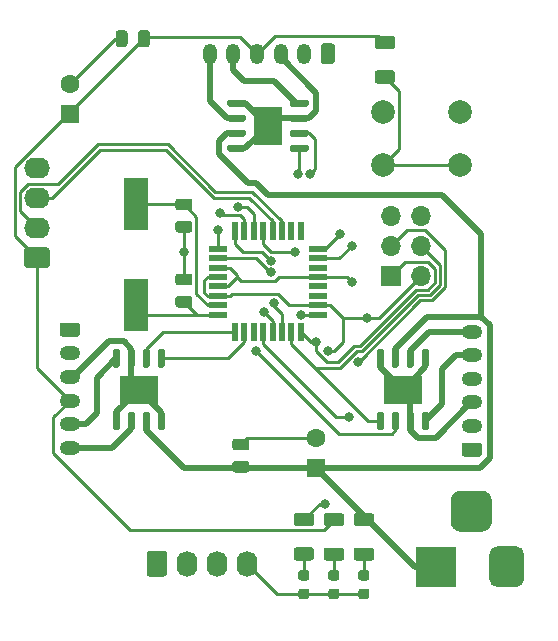
<source format=gbr>
%TF.GenerationSoftware,KiCad,Pcbnew,5.1.9+dfsg1-1*%
%TF.CreationDate,2021-11-12T22:38:19+01:00*%
%TF.ProjectId,motor_board_v2,6d6f746f-725f-4626-9f61-72645f76322e,rev?*%
%TF.SameCoordinates,Original*%
%TF.FileFunction,Copper,L1,Top*%
%TF.FilePolarity,Positive*%
%FSLAX46Y46*%
G04 Gerber Fmt 4.6, Leading zero omitted, Abs format (unit mm)*
G04 Created by KiCad (PCBNEW 5.1.9+dfsg1-1) date 2021-11-12 22:38:19*
%MOMM*%
%LPD*%
G01*
G04 APERTURE LIST*
%TA.AperFunction,ComponentPad*%
%ADD10R,1.600000X1.600000*%
%TD*%
%TA.AperFunction,ComponentPad*%
%ADD11C,1.600000*%
%TD*%
%TA.AperFunction,ComponentPad*%
%ADD12O,2.190000X1.740000*%
%TD*%
%TA.AperFunction,ComponentPad*%
%ADD13O,1.740000X2.190000*%
%TD*%
%TA.AperFunction,ComponentPad*%
%ADD14R,1.700000X1.700000*%
%TD*%
%TA.AperFunction,ComponentPad*%
%ADD15O,1.700000X1.700000*%
%TD*%
%TA.AperFunction,ComponentPad*%
%ADD16O,1.750000X1.200000*%
%TD*%
%TA.AperFunction,ComponentPad*%
%ADD17O,1.200000X1.750000*%
%TD*%
%TA.AperFunction,ComponentPad*%
%ADD18R,3.500000X3.500000*%
%TD*%
%TA.AperFunction,ComponentPad*%
%ADD19C,2.000000*%
%TD*%
%TA.AperFunction,SMDPad,CuDef*%
%ADD20R,1.600000X0.550000*%
%TD*%
%TA.AperFunction,SMDPad,CuDef*%
%ADD21R,0.550000X1.600000*%
%TD*%
%TA.AperFunction,SMDPad,CuDef*%
%ADD22R,3.200000X2.400000*%
%TD*%
%TA.AperFunction,SMDPad,CuDef*%
%ADD23R,2.400000X3.200000*%
%TD*%
%TA.AperFunction,SMDPad,CuDef*%
%ADD24R,2.000000X4.500000*%
%TD*%
%TA.AperFunction,ViaPad*%
%ADD25C,0.800000*%
%TD*%
%TA.AperFunction,Conductor*%
%ADD26C,0.250000*%
%TD*%
%TA.AperFunction,Conductor*%
%ADD27C,0.500000*%
%TD*%
G04 APERTURE END LIST*
D10*
%TO.P,C1,1*%
%TO.N,+5V*%
X189992000Y-45212000D03*
D11*
%TO.P,C1,2*%
%TO.N,GND*%
X189992000Y-42712000D03*
%TD*%
%TO.P,C2,1*%
%TO.N,+5V*%
%TA.AperFunction,SMDPad,CuDef*%
G36*
G01*
X196776000Y-38387000D02*
X196776000Y-39337000D01*
G75*
G02*
X196526000Y-39587000I-250000J0D01*
G01*
X196026000Y-39587000D01*
G75*
G02*
X195776000Y-39337000I0J250000D01*
G01*
X195776000Y-38387000D01*
G75*
G02*
X196026000Y-38137000I250000J0D01*
G01*
X196526000Y-38137000D01*
G75*
G02*
X196776000Y-38387000I0J-250000D01*
G01*
G37*
%TD.AperFunction*%
%TO.P,C2,2*%
%TO.N,GND*%
%TA.AperFunction,SMDPad,CuDef*%
G36*
G01*
X194876000Y-38387000D02*
X194876000Y-39337000D01*
G75*
G02*
X194626000Y-39587000I-250000J0D01*
G01*
X194126000Y-39587000D01*
G75*
G02*
X193876000Y-39337000I0J250000D01*
G01*
X193876000Y-38387000D01*
G75*
G02*
X194126000Y-38137000I250000J0D01*
G01*
X194626000Y-38137000D01*
G75*
G02*
X194876000Y-38387000I0J-250000D01*
G01*
G37*
%TD.AperFunction*%
%TD*%
%TO.P,C3,1*%
%TO.N,/XTAL1*%
%TA.AperFunction,SMDPad,CuDef*%
G36*
G01*
X199169000Y-52398000D02*
X200119000Y-52398000D01*
G75*
G02*
X200369000Y-52648000I0J-250000D01*
G01*
X200369000Y-53148000D01*
G75*
G02*
X200119000Y-53398000I-250000J0D01*
G01*
X199169000Y-53398000D01*
G75*
G02*
X198919000Y-53148000I0J250000D01*
G01*
X198919000Y-52648000D01*
G75*
G02*
X199169000Y-52398000I250000J0D01*
G01*
G37*
%TD.AperFunction*%
%TO.P,C3,2*%
%TO.N,GND*%
%TA.AperFunction,SMDPad,CuDef*%
G36*
G01*
X199169000Y-54298000D02*
X200119000Y-54298000D01*
G75*
G02*
X200369000Y-54548000I0J-250000D01*
G01*
X200369000Y-55048000D01*
G75*
G02*
X200119000Y-55298000I-250000J0D01*
G01*
X199169000Y-55298000D01*
G75*
G02*
X198919000Y-55048000I0J250000D01*
G01*
X198919000Y-54548000D01*
G75*
G02*
X199169000Y-54298000I250000J0D01*
G01*
G37*
%TD.AperFunction*%
%TD*%
%TO.P,C4,2*%
%TO.N,GND*%
%TA.AperFunction,SMDPad,CuDef*%
G36*
G01*
X200119000Y-59748000D02*
X199169000Y-59748000D01*
G75*
G02*
X198919000Y-59498000I0J250000D01*
G01*
X198919000Y-58998000D01*
G75*
G02*
X199169000Y-58748000I250000J0D01*
G01*
X200119000Y-58748000D01*
G75*
G02*
X200369000Y-58998000I0J-250000D01*
G01*
X200369000Y-59498000D01*
G75*
G02*
X200119000Y-59748000I-250000J0D01*
G01*
G37*
%TD.AperFunction*%
%TO.P,C4,1*%
%TO.N,/XTAL2*%
%TA.AperFunction,SMDPad,CuDef*%
G36*
G01*
X200119000Y-61648000D02*
X199169000Y-61648000D01*
G75*
G02*
X198919000Y-61398000I0J250000D01*
G01*
X198919000Y-60898000D01*
G75*
G02*
X199169000Y-60648000I250000J0D01*
G01*
X200119000Y-60648000D01*
G75*
G02*
X200369000Y-60898000I0J-250000D01*
G01*
X200369000Y-61398000D01*
G75*
G02*
X200119000Y-61648000I-250000J0D01*
G01*
G37*
%TD.AperFunction*%
%TD*%
%TO.P,C5,2*%
%TO.N,GND*%
X210820000Y-72684000D03*
D10*
%TO.P,C5,1*%
%TO.N,+12V*%
X210820000Y-75184000D03*
%TD*%
%TO.P,C6,2*%
%TO.N,GND*%
%TA.AperFunction,SMDPad,CuDef*%
G36*
G01*
X204945000Y-73718000D02*
X203995000Y-73718000D01*
G75*
G02*
X203745000Y-73468000I0J250000D01*
G01*
X203745000Y-72968000D01*
G75*
G02*
X203995000Y-72718000I250000J0D01*
G01*
X204945000Y-72718000D01*
G75*
G02*
X205195000Y-72968000I0J-250000D01*
G01*
X205195000Y-73468000D01*
G75*
G02*
X204945000Y-73718000I-250000J0D01*
G01*
G37*
%TD.AperFunction*%
%TO.P,C6,1*%
%TO.N,+12V*%
%TA.AperFunction,SMDPad,CuDef*%
G36*
G01*
X204945000Y-75618000D02*
X203995000Y-75618000D01*
G75*
G02*
X203745000Y-75368000I0J250000D01*
G01*
X203745000Y-74868000D01*
G75*
G02*
X203995000Y-74618000I250000J0D01*
G01*
X204945000Y-74618000D01*
G75*
G02*
X205195000Y-74868000I0J-250000D01*
G01*
X205195000Y-75368000D01*
G75*
G02*
X204945000Y-75618000I-250000J0D01*
G01*
G37*
%TD.AperFunction*%
%TD*%
%TO.P,I2C,1*%
%TO.N,+5V*%
%TA.AperFunction,ComponentPad*%
G36*
G01*
X188043001Y-58274000D02*
X186352999Y-58274000D01*
G75*
G02*
X186103000Y-58024001I0J249999D01*
G01*
X186103000Y-56783999D01*
G75*
G02*
X186352999Y-56534000I249999J0D01*
G01*
X188043001Y-56534000D01*
G75*
G02*
X188293000Y-56783999I0J-249999D01*
G01*
X188293000Y-58024001D01*
G75*
G02*
X188043001Y-58274000I-249999J0D01*
G01*
G37*
%TD.AperFunction*%
D12*
%TO.P,I2C,2*%
%TO.N,/I2C_SDA*%
X187198000Y-54864000D03*
%TO.P,I2C,3*%
%TO.N,/I2C_SCL*%
X187198000Y-52324000D03*
%TO.P,I2C,4*%
%TO.N,GND*%
X187198000Y-49784000D03*
%TD*%
D13*
%TO.P,UART,4*%
%TO.N,GND*%
X204978000Y-83312000D03*
%TO.P,UART,3*%
%TO.N,/UART_RX*%
X202438000Y-83312000D03*
%TO.P,UART,2*%
%TO.N,/UART_TX*%
X199898000Y-83312000D03*
%TO.P,UART,1*%
%TO.N,Net-(J2-Pad1)*%
%TA.AperFunction,ComponentPad*%
G36*
G01*
X196488000Y-84157001D02*
X196488000Y-82466999D01*
G75*
G02*
X196737999Y-82217000I249999J0D01*
G01*
X197978001Y-82217000D01*
G75*
G02*
X198228000Y-82466999I0J-249999D01*
G01*
X198228000Y-84157001D01*
G75*
G02*
X197978001Y-84407000I-249999J0D01*
G01*
X196737999Y-84407000D01*
G75*
G02*
X196488000Y-84157001I0J249999D01*
G01*
G37*
%TD.AperFunction*%
%TD*%
D14*
%TO.P,ISP,1*%
%TO.N,/ENC1A*%
X217170000Y-58928000D03*
D15*
%TO.P,ISP,2*%
%TO.N,+5V*%
X219710000Y-58928000D03*
%TO.P,ISP,3*%
%TO.N,/ENC1B*%
X217170000Y-56388000D03*
%TO.P,ISP,4*%
%TO.N,/OC2A*%
X219710000Y-56388000D03*
%TO.P,ISP,5*%
%TO.N,/RST*%
X217170000Y-53848000D03*
%TO.P,ISP,6*%
%TO.N,GND*%
X219710000Y-53848000D03*
%TD*%
%TO.P,Motor 1,1*%
%TO.N,/ENC1B*%
%TA.AperFunction,ComponentPad*%
G36*
G01*
X189366999Y-62900000D02*
X190617001Y-62900000D01*
G75*
G02*
X190867000Y-63149999I0J-249999D01*
G01*
X190867000Y-63850001D01*
G75*
G02*
X190617001Y-64100000I-249999J0D01*
G01*
X189366999Y-64100000D01*
G75*
G02*
X189117000Y-63850001I0J249999D01*
G01*
X189117000Y-63149999D01*
G75*
G02*
X189366999Y-62900000I249999J0D01*
G01*
G37*
%TD.AperFunction*%
D16*
%TO.P,Motor 1,2*%
%TO.N,/ENC1A*%
X189992000Y-65500000D03*
%TO.P,Motor 1,3*%
%TO.N,GND*%
X189992000Y-67500000D03*
%TO.P,Motor 1,4*%
%TO.N,+5V*%
X189992000Y-69500000D03*
%TO.P,Motor 1,5*%
%TO.N,Net-(J4-Pad5)*%
X189992000Y-71500000D03*
%TO.P,Motor 1,6*%
%TO.N,Net-(J4-Pad6)*%
X189992000Y-73500000D03*
%TD*%
D17*
%TO.P,Motor 2,6*%
%TO.N,Net-(J5-Pad6)*%
X201836000Y-40132000D03*
%TO.P,Motor 2,5*%
%TO.N,Net-(J5-Pad5)*%
X203836000Y-40132000D03*
%TO.P,Motor 2,4*%
%TO.N,+5V*%
X205836000Y-40132000D03*
%TO.P,Motor 2,3*%
%TO.N,GND*%
X207836000Y-40132000D03*
%TO.P,Motor 2,2*%
%TO.N,/ENC2A*%
X209836000Y-40132000D03*
%TO.P,Motor 2,1*%
%TO.N,/ENC2B*%
%TA.AperFunction,ComponentPad*%
G36*
G01*
X212436000Y-39506999D02*
X212436000Y-40757001D01*
G75*
G02*
X212186001Y-41007000I-249999J0D01*
G01*
X211485999Y-41007000D01*
G75*
G02*
X211236000Y-40757001I0J249999D01*
G01*
X211236000Y-39506999D01*
G75*
G02*
X211485999Y-39257000I249999J0D01*
G01*
X212186001Y-39257000D01*
G75*
G02*
X212436000Y-39506999I0J-249999D01*
G01*
G37*
%TD.AperFunction*%
%TD*%
%TO.P,Motor 3,1*%
%TO.N,/ENC3B*%
%TA.AperFunction,ComponentPad*%
G36*
G01*
X224653001Y-74260000D02*
X223402999Y-74260000D01*
G75*
G02*
X223153000Y-74010001I0J249999D01*
G01*
X223153000Y-73309999D01*
G75*
G02*
X223402999Y-73060000I249999J0D01*
G01*
X224653001Y-73060000D01*
G75*
G02*
X224903000Y-73309999I0J-249999D01*
G01*
X224903000Y-74010001D01*
G75*
G02*
X224653001Y-74260000I-249999J0D01*
G01*
G37*
%TD.AperFunction*%
D16*
%TO.P,Motor 3,2*%
%TO.N,/ENC3A*%
X224028000Y-71660000D03*
%TO.P,Motor 3,3*%
%TO.N,GND*%
X224028000Y-69660000D03*
%TO.P,Motor 3,4*%
%TO.N,+5V*%
X224028000Y-67660000D03*
%TO.P,Motor 3,5*%
%TO.N,Net-(J6-Pad5)*%
X224028000Y-65660000D03*
%TO.P,Motor 3,6*%
%TO.N,Net-(J6-Pad6)*%
X224028000Y-63660000D03*
%TD*%
D18*
%TO.P,12V,1*%
%TO.N,+12V*%
X220980000Y-83566000D03*
%TO.P,12V,2*%
%TO.N,GND*%
%TA.AperFunction,ComponentPad*%
G36*
G01*
X228480000Y-82566000D02*
X228480000Y-84566000D01*
G75*
G02*
X227730000Y-85316000I-750000J0D01*
G01*
X226230000Y-85316000D01*
G75*
G02*
X225480000Y-84566000I0J750000D01*
G01*
X225480000Y-82566000D01*
G75*
G02*
X226230000Y-81816000I750000J0D01*
G01*
X227730000Y-81816000D01*
G75*
G02*
X228480000Y-82566000I0J-750000D01*
G01*
G37*
%TD.AperFunction*%
%TO.P,12V,3*%
%TO.N,N/C*%
%TA.AperFunction,ComponentPad*%
G36*
G01*
X225730000Y-77991000D02*
X225730000Y-79741000D01*
G75*
G02*
X224855000Y-80616000I-875000J0D01*
G01*
X223105000Y-80616000D01*
G75*
G02*
X222230000Y-79741000I0J875000D01*
G01*
X222230000Y-77991000D01*
G75*
G02*
X223105000Y-77116000I875000J0D01*
G01*
X224855000Y-77116000D01*
G75*
G02*
X225730000Y-77991000I0J-875000D01*
G01*
G37*
%TD.AperFunction*%
%TD*%
%TO.P,R1,1*%
%TO.N,+5V*%
%TA.AperFunction,SMDPad,CuDef*%
G36*
G01*
X216036999Y-38615000D02*
X217287001Y-38615000D01*
G75*
G02*
X217537000Y-38864999I0J-249999D01*
G01*
X217537000Y-39490001D01*
G75*
G02*
X217287001Y-39740000I-249999J0D01*
G01*
X216036999Y-39740000D01*
G75*
G02*
X215787000Y-39490001I0J249999D01*
G01*
X215787000Y-38864999D01*
G75*
G02*
X216036999Y-38615000I249999J0D01*
G01*
G37*
%TD.AperFunction*%
%TO.P,R1,2*%
%TO.N,/RST*%
%TA.AperFunction,SMDPad,CuDef*%
G36*
G01*
X216036999Y-41540000D02*
X217287001Y-41540000D01*
G75*
G02*
X217537000Y-41789999I0J-249999D01*
G01*
X217537000Y-42415001D01*
G75*
G02*
X217287001Y-42665000I-249999J0D01*
G01*
X216036999Y-42665000D01*
G75*
G02*
X215787000Y-42415001I0J249999D01*
G01*
X215787000Y-41789999D01*
G75*
G02*
X216036999Y-41540000I249999J0D01*
G01*
G37*
%TD.AperFunction*%
%TD*%
D19*
%TO.P,RESET,2*%
%TO.N,GND*%
X223012000Y-45030000D03*
%TO.P,RESET,1*%
%TO.N,/RST*%
X223012000Y-49530000D03*
%TO.P,RESET,2*%
%TO.N,GND*%
X216512000Y-45030000D03*
%TO.P,RESET,1*%
%TO.N,/RST*%
X216512000Y-49530000D03*
%TD*%
D20*
%TO.P,U1,1*%
%TO.N,/OC2B*%
X202506000Y-56636000D03*
%TO.P,U1,2*%
%TO.N,/ENC3B*%
X202506000Y-57436000D03*
%TO.P,U1,3*%
%TO.N,GND*%
X202506000Y-58236000D03*
%TO.P,U1,4*%
%TO.N,+5V*%
X202506000Y-59036000D03*
%TO.P,U1,5*%
%TO.N,GND*%
X202506000Y-59836000D03*
%TO.P,U1,6*%
%TO.N,+5V*%
X202506000Y-60636000D03*
%TO.P,U1,7*%
%TO.N,/XTAL1*%
X202506000Y-61436000D03*
%TO.P,U1,8*%
%TO.N,/XTAL2*%
X202506000Y-62236000D03*
D21*
%TO.P,U1,9*%
%TO.N,/OC0B*%
X203956000Y-63686000D03*
%TO.P,U1,10*%
%TO.N,/OC0A*%
X204756000Y-63686000D03*
%TO.P,U1,11*%
%TO.N,Net-(U1-Pad11)*%
X205556000Y-63686000D03*
%TO.P,U1,12*%
%TO.N,/STATUS*%
X206356000Y-63686000D03*
%TO.P,U1,13*%
%TO.N,/OC1A*%
X207156000Y-63686000D03*
%TO.P,U1,14*%
%TO.N,/OC1B*%
X207956000Y-63686000D03*
%TO.P,U1,15*%
%TO.N,/OC2A*%
X208756000Y-63686000D03*
%TO.P,U1,16*%
%TO.N,/ENC1A*%
X209556000Y-63686000D03*
D20*
%TO.P,U1,17*%
%TO.N,/ENC1B*%
X211006000Y-62236000D03*
%TO.P,U1,18*%
%TO.N,+5V*%
X211006000Y-61436000D03*
%TO.P,U1,19*%
%TO.N,Net-(U1-Pad19)*%
X211006000Y-60636000D03*
%TO.P,U1,20*%
%TO.N,Net-(U1-Pad20)*%
X211006000Y-59836000D03*
%TO.P,U1,21*%
%TO.N,GND*%
X211006000Y-59036000D03*
%TO.P,U1,22*%
%TO.N,Net-(U1-Pad22)*%
X211006000Y-58236000D03*
%TO.P,U1,23*%
%TO.N,/ENC2A*%
X211006000Y-57436000D03*
%TO.P,U1,24*%
%TO.N,/ENC2B*%
X211006000Y-56636000D03*
D21*
%TO.P,U1,25*%
%TO.N,Net-(U1-Pad25)*%
X209556000Y-55186000D03*
%TO.P,U1,26*%
%TO.N,Net-(U1-Pad26)*%
X208756000Y-55186000D03*
%TO.P,U1,27*%
%TO.N,/I2C_SDA*%
X207956000Y-55186000D03*
%TO.P,U1,28*%
%TO.N,/I2C_SCL*%
X207156000Y-55186000D03*
%TO.P,U1,29*%
%TO.N,/RST*%
X206356000Y-55186000D03*
%TO.P,U1,30*%
%TO.N,/UART_RX*%
X205556000Y-55186000D03*
%TO.P,U1,31*%
%TO.N,/UART_TX*%
X204756000Y-55186000D03*
%TO.P,U1,32*%
%TO.N,/ENC3A*%
X203956000Y-55186000D03*
%TD*%
%TO.P,U2,1*%
%TO.N,GND*%
%TA.AperFunction,SMDPad,CuDef*%
G36*
G01*
X194079000Y-72030000D02*
X193779000Y-72030000D01*
G75*
G02*
X193629000Y-71880000I0J150000D01*
G01*
X193629000Y-70580000D01*
G75*
G02*
X193779000Y-70430000I150000J0D01*
G01*
X194079000Y-70430000D01*
G75*
G02*
X194229000Y-70580000I0J-150000D01*
G01*
X194229000Y-71880000D01*
G75*
G02*
X194079000Y-72030000I-150000J0D01*
G01*
G37*
%TD.AperFunction*%
%TO.P,U2,2*%
%TO.N,Net-(J4-Pad6)*%
%TA.AperFunction,SMDPad,CuDef*%
G36*
G01*
X195349000Y-72030000D02*
X195049000Y-72030000D01*
G75*
G02*
X194899000Y-71880000I0J150000D01*
G01*
X194899000Y-70580000D01*
G75*
G02*
X195049000Y-70430000I150000J0D01*
G01*
X195349000Y-70430000D01*
G75*
G02*
X195499000Y-70580000I0J-150000D01*
G01*
X195499000Y-71880000D01*
G75*
G02*
X195349000Y-72030000I-150000J0D01*
G01*
G37*
%TD.AperFunction*%
%TO.P,U2,3*%
%TO.N,+12V*%
%TA.AperFunction,SMDPad,CuDef*%
G36*
G01*
X196619000Y-72030000D02*
X196319000Y-72030000D01*
G75*
G02*
X196169000Y-71880000I0J150000D01*
G01*
X196169000Y-70580000D01*
G75*
G02*
X196319000Y-70430000I150000J0D01*
G01*
X196619000Y-70430000D01*
G75*
G02*
X196769000Y-70580000I0J-150000D01*
G01*
X196769000Y-71880000D01*
G75*
G02*
X196619000Y-72030000I-150000J0D01*
G01*
G37*
%TD.AperFunction*%
%TO.P,U2,4*%
%TO.N,GND*%
%TA.AperFunction,SMDPad,CuDef*%
G36*
G01*
X197889000Y-72030000D02*
X197589000Y-72030000D01*
G75*
G02*
X197439000Y-71880000I0J150000D01*
G01*
X197439000Y-70580000D01*
G75*
G02*
X197589000Y-70430000I150000J0D01*
G01*
X197889000Y-70430000D01*
G75*
G02*
X198039000Y-70580000I0J-150000D01*
G01*
X198039000Y-71880000D01*
G75*
G02*
X197889000Y-72030000I-150000J0D01*
G01*
G37*
%TD.AperFunction*%
%TO.P,U2,5*%
%TO.N,/OC0A*%
%TA.AperFunction,SMDPad,CuDef*%
G36*
G01*
X197889000Y-66730000D02*
X197589000Y-66730000D01*
G75*
G02*
X197439000Y-66580000I0J150000D01*
G01*
X197439000Y-65280000D01*
G75*
G02*
X197589000Y-65130000I150000J0D01*
G01*
X197889000Y-65130000D01*
G75*
G02*
X198039000Y-65280000I0J-150000D01*
G01*
X198039000Y-66580000D01*
G75*
G02*
X197889000Y-66730000I-150000J0D01*
G01*
G37*
%TD.AperFunction*%
%TO.P,U2,6*%
%TO.N,/OC0B*%
%TA.AperFunction,SMDPad,CuDef*%
G36*
G01*
X196619000Y-66730000D02*
X196319000Y-66730000D01*
G75*
G02*
X196169000Y-66580000I0J150000D01*
G01*
X196169000Y-65280000D01*
G75*
G02*
X196319000Y-65130000I150000J0D01*
G01*
X196619000Y-65130000D01*
G75*
G02*
X196769000Y-65280000I0J-150000D01*
G01*
X196769000Y-66580000D01*
G75*
G02*
X196619000Y-66730000I-150000J0D01*
G01*
G37*
%TD.AperFunction*%
%TO.P,U2,7*%
%TO.N,GND*%
%TA.AperFunction,SMDPad,CuDef*%
G36*
G01*
X195349000Y-66730000D02*
X195049000Y-66730000D01*
G75*
G02*
X194899000Y-66580000I0J150000D01*
G01*
X194899000Y-65280000D01*
G75*
G02*
X195049000Y-65130000I150000J0D01*
G01*
X195349000Y-65130000D01*
G75*
G02*
X195499000Y-65280000I0J-150000D01*
G01*
X195499000Y-66580000D01*
G75*
G02*
X195349000Y-66730000I-150000J0D01*
G01*
G37*
%TD.AperFunction*%
%TO.P,U2,8*%
%TO.N,Net-(J4-Pad5)*%
%TA.AperFunction,SMDPad,CuDef*%
G36*
G01*
X194079000Y-66730000D02*
X193779000Y-66730000D01*
G75*
G02*
X193629000Y-66580000I0J150000D01*
G01*
X193629000Y-65280000D01*
G75*
G02*
X193779000Y-65130000I150000J0D01*
G01*
X194079000Y-65130000D01*
G75*
G02*
X194229000Y-65280000I0J-150000D01*
G01*
X194229000Y-66580000D01*
G75*
G02*
X194079000Y-66730000I-150000J0D01*
G01*
G37*
%TD.AperFunction*%
D22*
%TO.P,U2,9*%
%TO.N,GND*%
X195834000Y-68580000D03*
%TD*%
D23*
%TO.P,U3,9*%
%TO.N,GND*%
X206756000Y-46228000D03*
%TO.P,U3,8*%
%TO.N,Net-(J5-Pad5)*%
%TA.AperFunction,SMDPad,CuDef*%
G36*
G01*
X208606000Y-44473000D02*
X208606000Y-44173000D01*
G75*
G02*
X208756000Y-44023000I150000J0D01*
G01*
X210056000Y-44023000D01*
G75*
G02*
X210206000Y-44173000I0J-150000D01*
G01*
X210206000Y-44473000D01*
G75*
G02*
X210056000Y-44623000I-150000J0D01*
G01*
X208756000Y-44623000D01*
G75*
G02*
X208606000Y-44473000I0J150000D01*
G01*
G37*
%TD.AperFunction*%
%TO.P,U3,7*%
%TO.N,GND*%
%TA.AperFunction,SMDPad,CuDef*%
G36*
G01*
X208606000Y-45743000D02*
X208606000Y-45443000D01*
G75*
G02*
X208756000Y-45293000I150000J0D01*
G01*
X210056000Y-45293000D01*
G75*
G02*
X210206000Y-45443000I0J-150000D01*
G01*
X210206000Y-45743000D01*
G75*
G02*
X210056000Y-45893000I-150000J0D01*
G01*
X208756000Y-45893000D01*
G75*
G02*
X208606000Y-45743000I0J150000D01*
G01*
G37*
%TD.AperFunction*%
%TO.P,U3,6*%
%TO.N,/OC1B*%
%TA.AperFunction,SMDPad,CuDef*%
G36*
G01*
X208606000Y-47013000D02*
X208606000Y-46713000D01*
G75*
G02*
X208756000Y-46563000I150000J0D01*
G01*
X210056000Y-46563000D01*
G75*
G02*
X210206000Y-46713000I0J-150000D01*
G01*
X210206000Y-47013000D01*
G75*
G02*
X210056000Y-47163000I-150000J0D01*
G01*
X208756000Y-47163000D01*
G75*
G02*
X208606000Y-47013000I0J150000D01*
G01*
G37*
%TD.AperFunction*%
%TO.P,U3,5*%
%TO.N,/OC1A*%
%TA.AperFunction,SMDPad,CuDef*%
G36*
G01*
X208606000Y-48283000D02*
X208606000Y-47983000D01*
G75*
G02*
X208756000Y-47833000I150000J0D01*
G01*
X210056000Y-47833000D01*
G75*
G02*
X210206000Y-47983000I0J-150000D01*
G01*
X210206000Y-48283000D01*
G75*
G02*
X210056000Y-48433000I-150000J0D01*
G01*
X208756000Y-48433000D01*
G75*
G02*
X208606000Y-48283000I0J150000D01*
G01*
G37*
%TD.AperFunction*%
%TO.P,U3,4*%
%TO.N,GND*%
%TA.AperFunction,SMDPad,CuDef*%
G36*
G01*
X203306000Y-48283000D02*
X203306000Y-47983000D01*
G75*
G02*
X203456000Y-47833000I150000J0D01*
G01*
X204756000Y-47833000D01*
G75*
G02*
X204906000Y-47983000I0J-150000D01*
G01*
X204906000Y-48283000D01*
G75*
G02*
X204756000Y-48433000I-150000J0D01*
G01*
X203456000Y-48433000D01*
G75*
G02*
X203306000Y-48283000I0J150000D01*
G01*
G37*
%TD.AperFunction*%
%TO.P,U3,3*%
%TO.N,+12V*%
%TA.AperFunction,SMDPad,CuDef*%
G36*
G01*
X203306000Y-47013000D02*
X203306000Y-46713000D01*
G75*
G02*
X203456000Y-46563000I150000J0D01*
G01*
X204756000Y-46563000D01*
G75*
G02*
X204906000Y-46713000I0J-150000D01*
G01*
X204906000Y-47013000D01*
G75*
G02*
X204756000Y-47163000I-150000J0D01*
G01*
X203456000Y-47163000D01*
G75*
G02*
X203306000Y-47013000I0J150000D01*
G01*
G37*
%TD.AperFunction*%
%TO.P,U3,2*%
%TO.N,Net-(J5-Pad6)*%
%TA.AperFunction,SMDPad,CuDef*%
G36*
G01*
X203306000Y-45743000D02*
X203306000Y-45443000D01*
G75*
G02*
X203456000Y-45293000I150000J0D01*
G01*
X204756000Y-45293000D01*
G75*
G02*
X204906000Y-45443000I0J-150000D01*
G01*
X204906000Y-45743000D01*
G75*
G02*
X204756000Y-45893000I-150000J0D01*
G01*
X203456000Y-45893000D01*
G75*
G02*
X203306000Y-45743000I0J150000D01*
G01*
G37*
%TD.AperFunction*%
%TO.P,U3,1*%
%TO.N,GND*%
%TA.AperFunction,SMDPad,CuDef*%
G36*
G01*
X203306000Y-44473000D02*
X203306000Y-44173000D01*
G75*
G02*
X203456000Y-44023000I150000J0D01*
G01*
X204756000Y-44023000D01*
G75*
G02*
X204906000Y-44173000I0J-150000D01*
G01*
X204906000Y-44473000D01*
G75*
G02*
X204756000Y-44623000I-150000J0D01*
G01*
X203456000Y-44623000D01*
G75*
G02*
X203306000Y-44473000I0J150000D01*
G01*
G37*
%TD.AperFunction*%
%TD*%
%TO.P,U4,1*%
%TO.N,GND*%
%TA.AperFunction,SMDPad,CuDef*%
G36*
G01*
X219941000Y-65130000D02*
X220241000Y-65130000D01*
G75*
G02*
X220391000Y-65280000I0J-150000D01*
G01*
X220391000Y-66580000D01*
G75*
G02*
X220241000Y-66730000I-150000J0D01*
G01*
X219941000Y-66730000D01*
G75*
G02*
X219791000Y-66580000I0J150000D01*
G01*
X219791000Y-65280000D01*
G75*
G02*
X219941000Y-65130000I150000J0D01*
G01*
G37*
%TD.AperFunction*%
%TO.P,U4,2*%
%TO.N,Net-(J6-Pad6)*%
%TA.AperFunction,SMDPad,CuDef*%
G36*
G01*
X218671000Y-65130000D02*
X218971000Y-65130000D01*
G75*
G02*
X219121000Y-65280000I0J-150000D01*
G01*
X219121000Y-66580000D01*
G75*
G02*
X218971000Y-66730000I-150000J0D01*
G01*
X218671000Y-66730000D01*
G75*
G02*
X218521000Y-66580000I0J150000D01*
G01*
X218521000Y-65280000D01*
G75*
G02*
X218671000Y-65130000I150000J0D01*
G01*
G37*
%TD.AperFunction*%
%TO.P,U4,3*%
%TO.N,+12V*%
%TA.AperFunction,SMDPad,CuDef*%
G36*
G01*
X217401000Y-65130000D02*
X217701000Y-65130000D01*
G75*
G02*
X217851000Y-65280000I0J-150000D01*
G01*
X217851000Y-66580000D01*
G75*
G02*
X217701000Y-66730000I-150000J0D01*
G01*
X217401000Y-66730000D01*
G75*
G02*
X217251000Y-66580000I0J150000D01*
G01*
X217251000Y-65280000D01*
G75*
G02*
X217401000Y-65130000I150000J0D01*
G01*
G37*
%TD.AperFunction*%
%TO.P,U4,4*%
%TO.N,GND*%
%TA.AperFunction,SMDPad,CuDef*%
G36*
G01*
X216131000Y-65130000D02*
X216431000Y-65130000D01*
G75*
G02*
X216581000Y-65280000I0J-150000D01*
G01*
X216581000Y-66580000D01*
G75*
G02*
X216431000Y-66730000I-150000J0D01*
G01*
X216131000Y-66730000D01*
G75*
G02*
X215981000Y-66580000I0J150000D01*
G01*
X215981000Y-65280000D01*
G75*
G02*
X216131000Y-65130000I150000J0D01*
G01*
G37*
%TD.AperFunction*%
%TO.P,U4,5*%
%TO.N,/OC2A*%
%TA.AperFunction,SMDPad,CuDef*%
G36*
G01*
X216131000Y-70430000D02*
X216431000Y-70430000D01*
G75*
G02*
X216581000Y-70580000I0J-150000D01*
G01*
X216581000Y-71880000D01*
G75*
G02*
X216431000Y-72030000I-150000J0D01*
G01*
X216131000Y-72030000D01*
G75*
G02*
X215981000Y-71880000I0J150000D01*
G01*
X215981000Y-70580000D01*
G75*
G02*
X216131000Y-70430000I150000J0D01*
G01*
G37*
%TD.AperFunction*%
%TO.P,U4,6*%
%TO.N,/OC2B*%
%TA.AperFunction,SMDPad,CuDef*%
G36*
G01*
X217401000Y-70430000D02*
X217701000Y-70430000D01*
G75*
G02*
X217851000Y-70580000I0J-150000D01*
G01*
X217851000Y-71880000D01*
G75*
G02*
X217701000Y-72030000I-150000J0D01*
G01*
X217401000Y-72030000D01*
G75*
G02*
X217251000Y-71880000I0J150000D01*
G01*
X217251000Y-70580000D01*
G75*
G02*
X217401000Y-70430000I150000J0D01*
G01*
G37*
%TD.AperFunction*%
%TO.P,U4,7*%
%TO.N,GND*%
%TA.AperFunction,SMDPad,CuDef*%
G36*
G01*
X218671000Y-70430000D02*
X218971000Y-70430000D01*
G75*
G02*
X219121000Y-70580000I0J-150000D01*
G01*
X219121000Y-71880000D01*
G75*
G02*
X218971000Y-72030000I-150000J0D01*
G01*
X218671000Y-72030000D01*
G75*
G02*
X218521000Y-71880000I0J150000D01*
G01*
X218521000Y-70580000D01*
G75*
G02*
X218671000Y-70430000I150000J0D01*
G01*
G37*
%TD.AperFunction*%
%TO.P,U4,8*%
%TO.N,Net-(J6-Pad5)*%
%TA.AperFunction,SMDPad,CuDef*%
G36*
G01*
X219941000Y-70430000D02*
X220241000Y-70430000D01*
G75*
G02*
X220391000Y-70580000I0J-150000D01*
G01*
X220391000Y-71880000D01*
G75*
G02*
X220241000Y-72030000I-150000J0D01*
G01*
X219941000Y-72030000D01*
G75*
G02*
X219791000Y-71880000I0J150000D01*
G01*
X219791000Y-70580000D01*
G75*
G02*
X219941000Y-70430000I150000J0D01*
G01*
G37*
%TD.AperFunction*%
D22*
%TO.P,U4,9*%
%TO.N,GND*%
X218186000Y-68580000D03*
%TD*%
D24*
%TO.P,Y1,1*%
%TO.N,/XTAL1*%
X195580000Y-52900000D03*
%TO.P,Y1,2*%
%TO.N,/XTAL2*%
X195580000Y-61400000D03*
%TD*%
%TO.P,5V,1*%
%TO.N,GND*%
%TA.AperFunction,SMDPad,CuDef*%
G36*
G01*
X212600250Y-86315000D02*
X212087750Y-86315000D01*
G75*
G02*
X211869000Y-86096250I0J218750D01*
G01*
X211869000Y-85658750D01*
G75*
G02*
X212087750Y-85440000I218750J0D01*
G01*
X212600250Y-85440000D01*
G75*
G02*
X212819000Y-85658750I0J-218750D01*
G01*
X212819000Y-86096250D01*
G75*
G02*
X212600250Y-86315000I-218750J0D01*
G01*
G37*
%TD.AperFunction*%
%TO.P,5V,2*%
%TO.N,Net-(D1-Pad2)*%
%TA.AperFunction,SMDPad,CuDef*%
G36*
G01*
X212600250Y-84740000D02*
X212087750Y-84740000D01*
G75*
G02*
X211869000Y-84521250I0J218750D01*
G01*
X211869000Y-84083750D01*
G75*
G02*
X212087750Y-83865000I218750J0D01*
G01*
X212600250Y-83865000D01*
G75*
G02*
X212819000Y-84083750I0J-218750D01*
G01*
X212819000Y-84521250D01*
G75*
G02*
X212600250Y-84740000I-218750J0D01*
G01*
G37*
%TD.AperFunction*%
%TD*%
%TO.P,12V,2*%
%TO.N,Net-(D2-Pad2)*%
%TA.AperFunction,SMDPad,CuDef*%
G36*
G01*
X215140250Y-84740000D02*
X214627750Y-84740000D01*
G75*
G02*
X214409000Y-84521250I0J218750D01*
G01*
X214409000Y-84083750D01*
G75*
G02*
X214627750Y-83865000I218750J0D01*
G01*
X215140250Y-83865000D01*
G75*
G02*
X215359000Y-84083750I0J-218750D01*
G01*
X215359000Y-84521250D01*
G75*
G02*
X215140250Y-84740000I-218750J0D01*
G01*
G37*
%TD.AperFunction*%
%TO.P,12V,1*%
%TO.N,GND*%
%TA.AperFunction,SMDPad,CuDef*%
G36*
G01*
X215140250Y-86315000D02*
X214627750Y-86315000D01*
G75*
G02*
X214409000Y-86096250I0J218750D01*
G01*
X214409000Y-85658750D01*
G75*
G02*
X214627750Y-85440000I218750J0D01*
G01*
X215140250Y-85440000D01*
G75*
G02*
X215359000Y-85658750I0J-218750D01*
G01*
X215359000Y-86096250D01*
G75*
G02*
X215140250Y-86315000I-218750J0D01*
G01*
G37*
%TD.AperFunction*%
%TD*%
%TO.P,ST,1*%
%TO.N,GND*%
%TA.AperFunction,SMDPad,CuDef*%
G36*
G01*
X210060250Y-86315000D02*
X209547750Y-86315000D01*
G75*
G02*
X209329000Y-86096250I0J218750D01*
G01*
X209329000Y-85658750D01*
G75*
G02*
X209547750Y-85440000I218750J0D01*
G01*
X210060250Y-85440000D01*
G75*
G02*
X210279000Y-85658750I0J-218750D01*
G01*
X210279000Y-86096250D01*
G75*
G02*
X210060250Y-86315000I-218750J0D01*
G01*
G37*
%TD.AperFunction*%
%TO.P,ST,2*%
%TO.N,Net-(D3-Pad2)*%
%TA.AperFunction,SMDPad,CuDef*%
G36*
G01*
X210060250Y-84740000D02*
X209547750Y-84740000D01*
G75*
G02*
X209329000Y-84521250I0J218750D01*
G01*
X209329000Y-84083750D01*
G75*
G02*
X209547750Y-83865000I218750J0D01*
G01*
X210060250Y-83865000D01*
G75*
G02*
X210279000Y-84083750I0J-218750D01*
G01*
X210279000Y-84521250D01*
G75*
G02*
X210060250Y-84740000I-218750J0D01*
G01*
G37*
%TD.AperFunction*%
%TD*%
%TO.P,R2,1*%
%TO.N,+5V*%
%TA.AperFunction,SMDPad,CuDef*%
G36*
G01*
X211718999Y-79020001D02*
X212969001Y-79020001D01*
G75*
G02*
X213219000Y-79270000I0J-249999D01*
G01*
X213219000Y-79895002D01*
G75*
G02*
X212969001Y-80145001I-249999J0D01*
G01*
X211718999Y-80145001D01*
G75*
G02*
X211469000Y-79895002I0J249999D01*
G01*
X211469000Y-79270000D01*
G75*
G02*
X211718999Y-79020001I249999J0D01*
G01*
G37*
%TD.AperFunction*%
%TO.P,R2,2*%
%TO.N,Net-(D1-Pad2)*%
%TA.AperFunction,SMDPad,CuDef*%
G36*
G01*
X211718999Y-81945001D02*
X212969001Y-81945001D01*
G75*
G02*
X213219000Y-82195000I0J-249999D01*
G01*
X213219000Y-82820002D01*
G75*
G02*
X212969001Y-83070001I-249999J0D01*
G01*
X211718999Y-83070001D01*
G75*
G02*
X211469000Y-82820002I0J249999D01*
G01*
X211469000Y-82195000D01*
G75*
G02*
X211718999Y-81945001I249999J0D01*
G01*
G37*
%TD.AperFunction*%
%TD*%
%TO.P,R3,2*%
%TO.N,Net-(D2-Pad2)*%
%TA.AperFunction,SMDPad,CuDef*%
G36*
G01*
X214258999Y-81945001D02*
X215509001Y-81945001D01*
G75*
G02*
X215759000Y-82195000I0J-249999D01*
G01*
X215759000Y-82820002D01*
G75*
G02*
X215509001Y-83070001I-249999J0D01*
G01*
X214258999Y-83070001D01*
G75*
G02*
X214009000Y-82820002I0J249999D01*
G01*
X214009000Y-82195000D01*
G75*
G02*
X214258999Y-81945001I249999J0D01*
G01*
G37*
%TD.AperFunction*%
%TO.P,R3,1*%
%TO.N,+12V*%
%TA.AperFunction,SMDPad,CuDef*%
G36*
G01*
X214258999Y-79020001D02*
X215509001Y-79020001D01*
G75*
G02*
X215759000Y-79270000I0J-249999D01*
G01*
X215759000Y-79895002D01*
G75*
G02*
X215509001Y-80145001I-249999J0D01*
G01*
X214258999Y-80145001D01*
G75*
G02*
X214009000Y-79895002I0J249999D01*
G01*
X214009000Y-79270000D01*
G75*
G02*
X214258999Y-79020001I249999J0D01*
G01*
G37*
%TD.AperFunction*%
%TD*%
%TO.P,R4,1*%
%TO.N,/STATUS*%
%TA.AperFunction,SMDPad,CuDef*%
G36*
G01*
X209178999Y-79001000D02*
X210429001Y-79001000D01*
G75*
G02*
X210679000Y-79250999I0J-249999D01*
G01*
X210679000Y-79876001D01*
G75*
G02*
X210429001Y-80126000I-249999J0D01*
G01*
X209178999Y-80126000D01*
G75*
G02*
X208929000Y-79876001I0J249999D01*
G01*
X208929000Y-79250999D01*
G75*
G02*
X209178999Y-79001000I249999J0D01*
G01*
G37*
%TD.AperFunction*%
%TO.P,R4,2*%
%TO.N,Net-(D3-Pad2)*%
%TA.AperFunction,SMDPad,CuDef*%
G36*
G01*
X209178999Y-81926000D02*
X210429001Y-81926000D01*
G75*
G02*
X210679000Y-82175999I0J-249999D01*
G01*
X210679000Y-82801001D01*
G75*
G02*
X210429001Y-83051000I-249999J0D01*
G01*
X209178999Y-83051000D01*
G75*
G02*
X208929000Y-82801001I0J249999D01*
G01*
X208929000Y-82175999D01*
G75*
G02*
X209178999Y-81926000I249999J0D01*
G01*
G37*
%TD.AperFunction*%
%TD*%
D25*
%TO.N,+5V*%
X215136000Y-62486000D03*
X211836000Y-65278000D03*
%TO.N,GND*%
X199644000Y-56896000D03*
X213868000Y-59436000D03*
%TO.N,/UART_RX*%
X204216000Y-53086000D03*
%TO.N,/UART_TX*%
X202692000Y-53594000D03*
%TO.N,/ENC1A*%
X210820000Y-64516000D03*
%TO.N,/ENC1B*%
X209550000Y-62230000D03*
X214374784Y-66235970D03*
%TO.N,/RST*%
X209042000Y-56896000D03*
%TO.N,/ENC2A*%
X213868000Y-56388000D03*
%TO.N,/ENC2B*%
X212852000Y-55372000D03*
%TO.N,/ENC3B*%
X207001992Y-58657980D03*
%TO.N,/ENC3A*%
X207010000Y-57658000D03*
%TO.N,/OC2B*%
X202506000Y-55050000D03*
X205740000Y-65278000D03*
%TO.N,/OC1A*%
X209296000Y-50292008D03*
X206429940Y-62019695D03*
%TO.N,/OC1B*%
X210316662Y-50287350D03*
X207264000Y-61214000D03*
%TO.N,/STATUS*%
X213614000Y-70866000D03*
X211582000Y-78232000D03*
%TD*%
D26*
%TO.N,+5V*%
X201380999Y-60371001D02*
X201380999Y-59300999D01*
X201645998Y-60636000D02*
X201380999Y-60371001D01*
X201645998Y-59036000D02*
X202506000Y-59036000D01*
X201380999Y-59300999D02*
X201645998Y-59036000D01*
X202506000Y-60636000D02*
X201645998Y-60636000D01*
X203366002Y-60636000D02*
X202506000Y-60636000D01*
X187198000Y-66706000D02*
X189992000Y-69500000D01*
X187198000Y-57404000D02*
X187198000Y-66706000D01*
X212056000Y-61436000D02*
X213106000Y-62486000D01*
X211006000Y-61436000D02*
X212056000Y-61436000D01*
X213106000Y-62486000D02*
X215136000Y-62486000D01*
X185327980Y-55533980D02*
X187198000Y-57404000D01*
X185327980Y-49739021D02*
X185327980Y-55533980D01*
X196335011Y-38731990D02*
X185327980Y-49739021D01*
X204435990Y-38731990D02*
X196335011Y-38731990D01*
X205836000Y-40132000D02*
X204435990Y-38731990D01*
X216152000Y-62486000D02*
X215136000Y-62486000D01*
X219710000Y-58928000D02*
X216152000Y-62486000D01*
X207353000Y-38615000D02*
X205836000Y-40132000D01*
X216099500Y-38615000D02*
X207353000Y-38615000D01*
X216662000Y-39177500D02*
X216099500Y-38615000D01*
X208559004Y-61436000D02*
X207612002Y-60488998D01*
X211006000Y-61436000D02*
X208559004Y-61436000D01*
X203703002Y-60488998D02*
X203556000Y-60636000D01*
X207612002Y-60488998D02*
X203703002Y-60488998D01*
X203556000Y-60636000D02*
X202506000Y-60636000D01*
X213106000Y-64516000D02*
X212344000Y-65278000D01*
X212344000Y-65278000D02*
X211836000Y-65278000D01*
X213106000Y-62486000D02*
X213106000Y-64516000D01*
X188591990Y-70900010D02*
X189992000Y-69500000D01*
X188591990Y-73965994D02*
X188591990Y-70900010D01*
X195077006Y-80451010D02*
X188591990Y-73965994D01*
X211475491Y-80451010D02*
X195077006Y-80451010D01*
X212344000Y-79582501D02*
X211475491Y-80451010D01*
%TO.N,GND*%
X203366002Y-59836000D02*
X202506000Y-59836000D01*
X204166002Y-59036000D02*
X203366002Y-59836000D01*
X204166002Y-58846002D02*
X204166002Y-59036000D01*
X203556000Y-58236000D02*
X204166002Y-58846002D01*
X202506000Y-58236000D02*
X203556000Y-58236000D01*
X199644000Y-54798000D02*
X199644000Y-56896000D01*
X199644000Y-56896000D02*
X199644000Y-59248000D01*
D27*
X216281000Y-65930000D02*
X216281000Y-66675000D01*
X220091000Y-65930000D02*
X220091000Y-66675000D01*
X223985219Y-69660000D02*
X224028000Y-69660000D01*
X220965209Y-72680010D02*
X223985219Y-69660000D01*
X219471010Y-72680010D02*
X220965209Y-72680010D01*
X218821000Y-72030000D02*
X219471010Y-72680010D01*
X218821000Y-71230000D02*
X218821000Y-72030000D01*
X197739000Y-71230000D02*
X197739000Y-70485000D01*
X193929000Y-71230000D02*
X193929000Y-70485000D01*
X190267000Y-67500000D02*
X189992000Y-67500000D01*
X194548990Y-64479990D02*
X193287010Y-64479990D01*
X195199000Y-65130000D02*
X194548990Y-64479990D01*
X193287010Y-64479990D02*
X190267000Y-67500000D01*
X195199000Y-65930000D02*
X195199000Y-65130000D01*
X204106000Y-44323000D02*
X204851000Y-44323000D01*
X204106000Y-48133000D02*
X204851000Y-48133000D01*
X207836000Y-40407000D02*
X207836000Y-40132000D01*
X210856010Y-43427010D02*
X207836000Y-40407000D01*
X210856010Y-44942990D02*
X210856010Y-43427010D01*
X210206000Y-45593000D02*
X210856010Y-44942990D01*
X209406000Y-45593000D02*
X210206000Y-45593000D01*
D26*
X211006000Y-59036000D02*
X207696976Y-59036000D01*
X207349994Y-59382982D02*
X204512984Y-59382982D01*
X207696976Y-59036000D02*
X207349994Y-59382982D01*
X204512984Y-59382982D02*
X204166002Y-59036000D01*
X193842000Y-38862000D02*
X189992000Y-42712000D01*
X194376000Y-38862000D02*
X193842000Y-38862000D01*
X205004000Y-72684000D02*
X204470000Y-73218000D01*
X210820000Y-72684000D02*
X205004000Y-72684000D01*
X211006000Y-59036000D02*
X213468000Y-59036000D01*
X213468000Y-59036000D02*
X213868000Y-59436000D01*
D27*
X218821000Y-69215000D02*
X218186000Y-68580000D01*
X216281000Y-66675000D02*
X218186000Y-68580000D01*
X204851000Y-44323000D02*
X206756000Y-46228000D01*
X204851000Y-48133000D02*
X206756000Y-46228000D01*
X193929000Y-70485000D02*
X195834000Y-68580000D01*
X209406000Y-45593000D02*
X207391000Y-45593000D01*
X220091000Y-66675000D02*
X218186000Y-68580000D01*
X197739000Y-70485000D02*
X195834000Y-68580000D01*
X218821000Y-71230000D02*
X218821000Y-69215000D01*
X195199000Y-65930000D02*
X195199000Y-67945000D01*
X207391000Y-45593000D02*
X206756000Y-46228000D01*
X195199000Y-67945000D02*
X195834000Y-68580000D01*
D26*
X213868000Y-59436000D02*
X213868000Y-59436000D01*
X214884000Y-85877500D02*
X212344000Y-85877500D01*
X212344000Y-85877500D02*
X209804000Y-85877500D01*
X207543500Y-85877500D02*
X204978000Y-83312000D01*
X209804000Y-85877500D02*
X207543500Y-85877500D01*
%TO.N,/XTAL1*%
X195580000Y-52900000D02*
X195580000Y-53848000D01*
X195582000Y-52898000D02*
X195580000Y-52900000D01*
X199644000Y-52898000D02*
X195582000Y-52898000D01*
X200694010Y-60484012D02*
X200694010Y-53948010D01*
X200694010Y-53948010D02*
X199644000Y-52898000D01*
X201645998Y-61436000D02*
X200694010Y-60484012D01*
X202506000Y-61436000D02*
X201645998Y-61436000D01*
%TO.N,/XTAL2*%
X196416000Y-62236000D02*
X202506000Y-62236000D01*
X195580000Y-61400000D02*
X196416000Y-62236000D01*
X200732000Y-62236000D02*
X202506000Y-62236000D01*
X199644000Y-61148000D02*
X200732000Y-62236000D01*
D27*
%TO.N,+12V*%
X219202000Y-83566000D02*
X210820000Y-75184000D01*
X220980000Y-83566000D02*
X219202000Y-83566000D01*
X196469000Y-72030000D02*
X196469000Y-71230000D01*
X199623000Y-75184000D02*
X196469000Y-72030000D01*
X210820000Y-75184000D02*
X199623000Y-75184000D01*
X224751810Y-75184000D02*
X210820000Y-75184000D01*
X225553010Y-74382800D02*
X224751810Y-75184000D01*
X225553010Y-63142229D02*
X225553010Y-74382800D01*
X224820771Y-62409990D02*
X225553010Y-63142229D01*
X220271010Y-62409990D02*
X224820771Y-62409990D01*
X217551000Y-65130000D02*
X220271010Y-62409990D01*
X217551000Y-65930000D02*
X217551000Y-65130000D01*
X202655990Y-47513010D02*
X203306000Y-46863000D01*
X202655990Y-48614376D02*
X202655990Y-47513010D01*
X203306000Y-46863000D02*
X204106000Y-46863000D01*
X205082604Y-51040990D02*
X202655990Y-48614376D01*
X205767021Y-51040990D02*
X205082604Y-51040990D01*
X206796030Y-52070000D02*
X205767021Y-51040990D01*
X221488000Y-52070000D02*
X206796030Y-52070000D01*
X224820771Y-55402771D02*
X221488000Y-52070000D01*
X224820771Y-62409990D02*
X224820771Y-55402771D01*
D26*
%TO.N,/I2C_SDA*%
X189026600Y-51128990D02*
X192345600Y-47809990D01*
X186478011Y-51128990D02*
X189026600Y-51128990D01*
X185777990Y-51829011D02*
X186478011Y-51128990D01*
X185777990Y-53443990D02*
X185777990Y-51829011D01*
X187198000Y-54864000D02*
X185777990Y-53443990D01*
X198306401Y-47809991D02*
X202312410Y-51816000D01*
X192345600Y-47809990D02*
X198306401Y-47809991D01*
X207956000Y-54325998D02*
X207956000Y-55186000D01*
X205446002Y-51816000D02*
X207956000Y-54325998D01*
X202312410Y-51816000D02*
X205446002Y-51816000D01*
%TO.N,/I2C_SCL*%
X187198000Y-52324000D02*
X188468000Y-52324000D01*
X188468000Y-52324000D02*
X192532000Y-48260000D01*
X192532000Y-48260000D02*
X198120000Y-48260000D01*
X198120000Y-48260000D02*
X202184000Y-52324000D01*
X207156000Y-54325998D02*
X207156000Y-55186000D01*
X205154002Y-52324000D02*
X207156000Y-54325998D01*
X202184000Y-52324000D02*
X205154002Y-52324000D01*
%TO.N,/UART_RX*%
X205556000Y-55186000D02*
X205556000Y-53664000D01*
X205556000Y-53664000D02*
X204978000Y-53086000D01*
X204978000Y-53086000D02*
X204216000Y-53086000D01*
X204216000Y-53086000D02*
X204216000Y-53086000D01*
%TO.N,/UART_TX*%
X204431001Y-53811001D02*
X202909001Y-53811001D01*
X204756000Y-54136000D02*
X204431001Y-53811001D01*
X204756000Y-55186000D02*
X204756000Y-54136000D01*
X202909001Y-53811001D02*
X202692000Y-53594000D01*
X202692000Y-53594000D02*
X202692000Y-53594000D01*
%TO.N,/ENC1A*%
X210386000Y-64516000D02*
X209556000Y-63686000D01*
X210820000Y-64516000D02*
X210386000Y-64516000D01*
X212692040Y-66257002D02*
X211741996Y-66257002D01*
X220885001Y-58363999D02*
X220885001Y-59492001D01*
X219296997Y-60103001D02*
X214535014Y-64864984D01*
X211741996Y-66257002D02*
X210820000Y-65335006D01*
X218345001Y-57752999D02*
X220274001Y-57752999D01*
X220274001Y-60103001D02*
X219296997Y-60103001D01*
X217170000Y-58928000D02*
X218345001Y-57752999D01*
X220885001Y-59492001D02*
X220274001Y-60103001D01*
X214535014Y-64864984D02*
X214084058Y-64864984D01*
X220274001Y-57752999D02*
X220885001Y-58363999D01*
X214084058Y-64864984D02*
X212692040Y-66257002D01*
X210820000Y-65335006D02*
X210820000Y-64516000D01*
%TO.N,/ENC1B*%
X211006000Y-62236000D02*
X209556000Y-62236000D01*
X209556000Y-62236000D02*
X209550000Y-62230000D01*
X220646801Y-61003021D02*
X219669799Y-61003021D01*
X214436850Y-66235970D02*
X214374784Y-66235970D01*
X219669799Y-61003021D02*
X214436850Y-66235970D01*
X217170000Y-56388000D02*
X218534999Y-55023001D01*
X221785019Y-59864803D02*
X220646801Y-61003021D01*
X220084003Y-55023001D02*
X221785020Y-56724018D01*
X221785020Y-56724018D02*
X221785019Y-59864803D01*
X218534999Y-55023001D02*
X220084003Y-55023001D01*
%TO.N,/OC2A*%
X208756000Y-64736000D02*
X208756000Y-63686000D01*
X216281000Y-71230000D02*
X215250000Y-71230000D01*
X209297000Y-65277000D02*
X208756000Y-64736000D01*
X215250000Y-71230000D02*
X209297000Y-65277000D01*
X220460401Y-60553012D02*
X219483397Y-60553012D01*
X214721414Y-65314995D02*
X214270449Y-65314995D01*
X219710000Y-56388000D02*
X221335012Y-58013012D01*
X221335012Y-58013012D02*
X221335012Y-59678401D01*
X212878401Y-66707043D02*
X210727043Y-66707043D01*
X210727043Y-66707043D02*
X209297000Y-65277000D01*
X219483397Y-60553012D02*
X214721414Y-65314995D01*
X221335012Y-59678401D02*
X220460401Y-60553012D01*
X214270449Y-65314995D02*
X212878401Y-66707043D01*
%TO.N,/RST*%
X206356000Y-56236000D02*
X207016000Y-56896000D01*
X206356000Y-55186000D02*
X206356000Y-56236000D01*
X207016000Y-56896000D02*
X209042000Y-56896000D01*
X223012000Y-49530000D02*
X216512000Y-49530000D01*
X217837001Y-43277501D02*
X216662000Y-42102500D01*
X217837001Y-48204999D02*
X217837001Y-43277501D01*
X216512000Y-49530000D02*
X217837001Y-48204999D01*
X209042000Y-56896000D02*
X209042000Y-56896000D01*
D27*
%TO.N,Net-(J4-Pad5)*%
X191367000Y-71500000D02*
X192278000Y-70589000D01*
X189992000Y-71500000D02*
X191367000Y-71500000D01*
X192278000Y-67581000D02*
X193929000Y-65930000D01*
X192278000Y-70589000D02*
X192278000Y-67581000D01*
%TO.N,Net-(J4-Pad6)*%
X193590386Y-73500000D02*
X195199000Y-71891386D01*
X195199000Y-71891386D02*
X195199000Y-71230000D01*
X189992000Y-73500000D02*
X193590386Y-73500000D01*
%TO.N,Net-(J5-Pad6)*%
X201836000Y-44123000D02*
X201836000Y-40132000D01*
X203306000Y-45593000D02*
X201836000Y-44123000D01*
X204106000Y-45593000D02*
X203306000Y-45593000D01*
%TO.N,Net-(J5-Pad5)*%
X203836000Y-41507000D02*
X204747000Y-42418000D01*
X203836000Y-40132000D02*
X203836000Y-41507000D01*
X209169000Y-44323000D02*
X209406000Y-44323000D01*
X207264000Y-42418000D02*
X209169000Y-44323000D01*
X204747000Y-42418000D02*
X207264000Y-42418000D01*
D26*
%TO.N,/ENC2A*%
X211006000Y-57436000D02*
X212820000Y-57436000D01*
X212820000Y-57436000D02*
X213868000Y-56388000D01*
X213868000Y-56388000D02*
X213868000Y-56388000D01*
%TO.N,/ENC2B*%
X211006000Y-56636000D02*
X211588000Y-56636000D01*
X211588000Y-56636000D02*
X212852000Y-55372000D01*
X212852000Y-55372000D02*
X212852000Y-55372000D01*
%TO.N,/ENC3B*%
X206936978Y-58657980D02*
X207001992Y-58657980D01*
X205714998Y-57436000D02*
X206936978Y-58657980D01*
X202506000Y-57436000D02*
X205714998Y-57436000D01*
%TO.N,/ENC3A*%
X203956000Y-56236000D02*
X204616000Y-56896000D01*
X203956000Y-55186000D02*
X203956000Y-56236000D01*
X206248000Y-56896000D02*
X207010000Y-57658000D01*
X204616000Y-56896000D02*
X206248000Y-56896000D01*
D27*
%TO.N,Net-(J6-Pad5)*%
X224028000Y-65660000D02*
X223629000Y-65660000D01*
X222653000Y-65660000D02*
X221488000Y-66825000D01*
X224028000Y-65660000D02*
X222653000Y-65660000D01*
X221488000Y-69833000D02*
X220091000Y-71230000D01*
X221488000Y-66825000D02*
X221488000Y-69833000D01*
%TO.N,Net-(J6-Pad6)*%
X218821000Y-65268614D02*
X218821000Y-65930000D01*
X220429614Y-63660000D02*
X218821000Y-65268614D01*
X224028000Y-63660000D02*
X220429614Y-63660000D01*
D26*
%TO.N,/OC2B*%
X202506000Y-56636000D02*
X202506000Y-55050000D01*
X202506000Y-55050000D02*
X202506000Y-55050000D01*
X217225990Y-72355010D02*
X212817010Y-72355010D01*
X212817010Y-72355010D02*
X205740000Y-65278000D01*
X217551000Y-71230000D02*
X217551000Y-72030000D01*
X217551000Y-72030000D02*
X217225990Y-72355010D01*
%TO.N,/OC0B*%
X197913000Y-63686000D02*
X203956000Y-63686000D01*
X196469000Y-65130000D02*
X197913000Y-63686000D01*
X196469000Y-65930000D02*
X196469000Y-65130000D01*
%TO.N,/OC0A*%
X204756000Y-64546002D02*
X204756000Y-63686000D01*
X203372002Y-65930000D02*
X204756000Y-64546002D01*
X197739000Y-65930000D02*
X203372002Y-65930000D01*
%TO.N,/OC1A*%
X209406000Y-50182008D02*
X209296000Y-50292008D01*
X209406000Y-48133000D02*
X209406000Y-50182008D01*
X207156000Y-62745755D02*
X206429940Y-62019695D01*
X207156000Y-63686000D02*
X207156000Y-62745755D01*
X206496000Y-61976000D02*
X206496000Y-61976000D01*
%TO.N,/OC1B*%
X210716661Y-49887351D02*
X210316662Y-50287350D01*
X210716661Y-47373661D02*
X210716661Y-49887351D01*
X209406000Y-46863000D02*
X210206000Y-46863000D01*
X210206000Y-46863000D02*
X210716661Y-47373661D01*
X207264000Y-61468000D02*
X207264000Y-61214000D01*
X207956000Y-63686000D02*
X207956000Y-62160000D01*
X207956000Y-62160000D02*
X207264000Y-61468000D01*
X207956000Y-62160000D02*
X207956000Y-62160000D01*
%TO.N,Net-(D1-Pad2)*%
X212344000Y-84302500D02*
X212344000Y-82507501D01*
%TO.N,Net-(D2-Pad2)*%
X214884000Y-84302500D02*
X214884000Y-82507501D01*
%TO.N,Net-(D3-Pad2)*%
X209804000Y-84302500D02*
X209804000Y-82488500D01*
%TO.N,/STATUS*%
X206356000Y-64736000D02*
X212486000Y-70866000D01*
X206356000Y-63686000D02*
X206356000Y-64736000D01*
X212486000Y-70866000D02*
X213614000Y-70866000D01*
X213614000Y-70866000D02*
X213614000Y-70866000D01*
X211135500Y-78232000D02*
X209804000Y-79563500D01*
X211582000Y-78232000D02*
X211135500Y-78232000D01*
%TD*%
M02*

</source>
